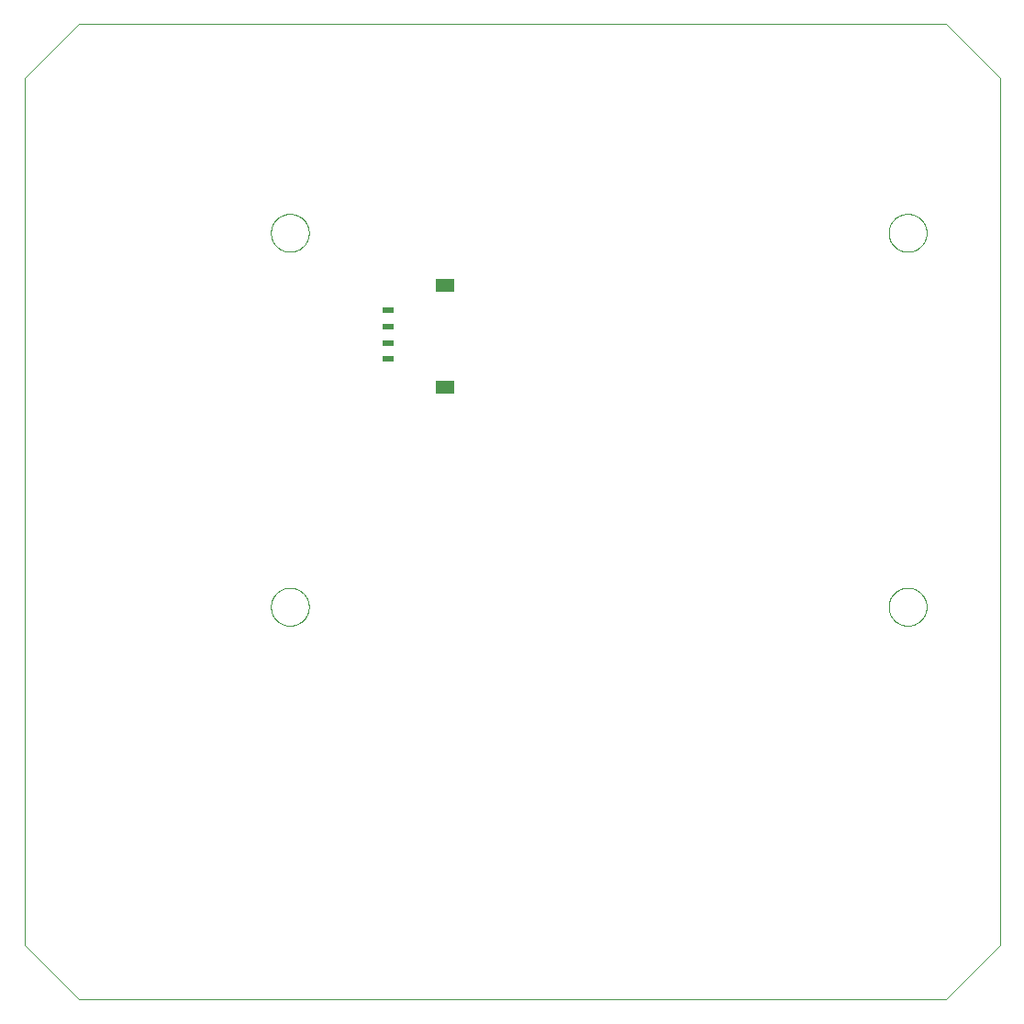
<source format=gbp>
G75*
%MOIN*%
%OFA0B0*%
%FSLAX25Y25*%
%IPPOS*%
%LPD*%
%AMOC8*
5,1,8,0,0,1.08239X$1,22.5*
%
%ADD10C,0.00000*%
%ADD11R,0.03937X0.02362*%
%ADD12R,0.07087X0.04921*%
D10*
X0003172Y0020888D02*
X0003172Y0335849D01*
X0022857Y0355534D01*
X0337817Y0355534D01*
X0357502Y0335849D01*
X0357502Y0020888D01*
X0337817Y0001203D01*
X0022857Y0001203D01*
X0003172Y0020888D01*
X0092738Y0143920D02*
X0092740Y0144089D01*
X0092746Y0144258D01*
X0092757Y0144427D01*
X0092771Y0144595D01*
X0092790Y0144763D01*
X0092813Y0144931D01*
X0092839Y0145098D01*
X0092870Y0145264D01*
X0092905Y0145430D01*
X0092944Y0145594D01*
X0092988Y0145758D01*
X0093035Y0145920D01*
X0093086Y0146081D01*
X0093141Y0146241D01*
X0093200Y0146400D01*
X0093262Y0146557D01*
X0093329Y0146712D01*
X0093400Y0146866D01*
X0093474Y0147018D01*
X0093552Y0147168D01*
X0093633Y0147316D01*
X0093718Y0147462D01*
X0093807Y0147606D01*
X0093899Y0147748D01*
X0093995Y0147887D01*
X0094094Y0148024D01*
X0094196Y0148159D01*
X0094302Y0148291D01*
X0094411Y0148420D01*
X0094523Y0148547D01*
X0094638Y0148671D01*
X0094756Y0148792D01*
X0094877Y0148910D01*
X0095001Y0149025D01*
X0095128Y0149137D01*
X0095257Y0149246D01*
X0095389Y0149352D01*
X0095524Y0149454D01*
X0095661Y0149553D01*
X0095800Y0149649D01*
X0095942Y0149741D01*
X0096086Y0149830D01*
X0096232Y0149915D01*
X0096380Y0149996D01*
X0096530Y0150074D01*
X0096682Y0150148D01*
X0096836Y0150219D01*
X0096991Y0150286D01*
X0097148Y0150348D01*
X0097307Y0150407D01*
X0097467Y0150462D01*
X0097628Y0150513D01*
X0097790Y0150560D01*
X0097954Y0150604D01*
X0098118Y0150643D01*
X0098284Y0150678D01*
X0098450Y0150709D01*
X0098617Y0150735D01*
X0098785Y0150758D01*
X0098953Y0150777D01*
X0099121Y0150791D01*
X0099290Y0150802D01*
X0099459Y0150808D01*
X0099628Y0150810D01*
X0099797Y0150808D01*
X0099966Y0150802D01*
X0100135Y0150791D01*
X0100303Y0150777D01*
X0100471Y0150758D01*
X0100639Y0150735D01*
X0100806Y0150709D01*
X0100972Y0150678D01*
X0101138Y0150643D01*
X0101302Y0150604D01*
X0101466Y0150560D01*
X0101628Y0150513D01*
X0101789Y0150462D01*
X0101949Y0150407D01*
X0102108Y0150348D01*
X0102265Y0150286D01*
X0102420Y0150219D01*
X0102574Y0150148D01*
X0102726Y0150074D01*
X0102876Y0149996D01*
X0103024Y0149915D01*
X0103170Y0149830D01*
X0103314Y0149741D01*
X0103456Y0149649D01*
X0103595Y0149553D01*
X0103732Y0149454D01*
X0103867Y0149352D01*
X0103999Y0149246D01*
X0104128Y0149137D01*
X0104255Y0149025D01*
X0104379Y0148910D01*
X0104500Y0148792D01*
X0104618Y0148671D01*
X0104733Y0148547D01*
X0104845Y0148420D01*
X0104954Y0148291D01*
X0105060Y0148159D01*
X0105162Y0148024D01*
X0105261Y0147887D01*
X0105357Y0147748D01*
X0105449Y0147606D01*
X0105538Y0147462D01*
X0105623Y0147316D01*
X0105704Y0147168D01*
X0105782Y0147018D01*
X0105856Y0146866D01*
X0105927Y0146712D01*
X0105994Y0146557D01*
X0106056Y0146400D01*
X0106115Y0146241D01*
X0106170Y0146081D01*
X0106221Y0145920D01*
X0106268Y0145758D01*
X0106312Y0145594D01*
X0106351Y0145430D01*
X0106386Y0145264D01*
X0106417Y0145098D01*
X0106443Y0144931D01*
X0106466Y0144763D01*
X0106485Y0144595D01*
X0106499Y0144427D01*
X0106510Y0144258D01*
X0106516Y0144089D01*
X0106518Y0143920D01*
X0106516Y0143751D01*
X0106510Y0143582D01*
X0106499Y0143413D01*
X0106485Y0143245D01*
X0106466Y0143077D01*
X0106443Y0142909D01*
X0106417Y0142742D01*
X0106386Y0142576D01*
X0106351Y0142410D01*
X0106312Y0142246D01*
X0106268Y0142082D01*
X0106221Y0141920D01*
X0106170Y0141759D01*
X0106115Y0141599D01*
X0106056Y0141440D01*
X0105994Y0141283D01*
X0105927Y0141128D01*
X0105856Y0140974D01*
X0105782Y0140822D01*
X0105704Y0140672D01*
X0105623Y0140524D01*
X0105538Y0140378D01*
X0105449Y0140234D01*
X0105357Y0140092D01*
X0105261Y0139953D01*
X0105162Y0139816D01*
X0105060Y0139681D01*
X0104954Y0139549D01*
X0104845Y0139420D01*
X0104733Y0139293D01*
X0104618Y0139169D01*
X0104500Y0139048D01*
X0104379Y0138930D01*
X0104255Y0138815D01*
X0104128Y0138703D01*
X0103999Y0138594D01*
X0103867Y0138488D01*
X0103732Y0138386D01*
X0103595Y0138287D01*
X0103456Y0138191D01*
X0103314Y0138099D01*
X0103170Y0138010D01*
X0103024Y0137925D01*
X0102876Y0137844D01*
X0102726Y0137766D01*
X0102574Y0137692D01*
X0102420Y0137621D01*
X0102265Y0137554D01*
X0102108Y0137492D01*
X0101949Y0137433D01*
X0101789Y0137378D01*
X0101628Y0137327D01*
X0101466Y0137280D01*
X0101302Y0137236D01*
X0101138Y0137197D01*
X0100972Y0137162D01*
X0100806Y0137131D01*
X0100639Y0137105D01*
X0100471Y0137082D01*
X0100303Y0137063D01*
X0100135Y0137049D01*
X0099966Y0137038D01*
X0099797Y0137032D01*
X0099628Y0137030D01*
X0099459Y0137032D01*
X0099290Y0137038D01*
X0099121Y0137049D01*
X0098953Y0137063D01*
X0098785Y0137082D01*
X0098617Y0137105D01*
X0098450Y0137131D01*
X0098284Y0137162D01*
X0098118Y0137197D01*
X0097954Y0137236D01*
X0097790Y0137280D01*
X0097628Y0137327D01*
X0097467Y0137378D01*
X0097307Y0137433D01*
X0097148Y0137492D01*
X0096991Y0137554D01*
X0096836Y0137621D01*
X0096682Y0137692D01*
X0096530Y0137766D01*
X0096380Y0137844D01*
X0096232Y0137925D01*
X0096086Y0138010D01*
X0095942Y0138099D01*
X0095800Y0138191D01*
X0095661Y0138287D01*
X0095524Y0138386D01*
X0095389Y0138488D01*
X0095257Y0138594D01*
X0095128Y0138703D01*
X0095001Y0138815D01*
X0094877Y0138930D01*
X0094756Y0139048D01*
X0094638Y0139169D01*
X0094523Y0139293D01*
X0094411Y0139420D01*
X0094302Y0139549D01*
X0094196Y0139681D01*
X0094094Y0139816D01*
X0093995Y0139953D01*
X0093899Y0140092D01*
X0093807Y0140234D01*
X0093718Y0140378D01*
X0093633Y0140524D01*
X0093552Y0140672D01*
X0093474Y0140822D01*
X0093400Y0140974D01*
X0093329Y0141128D01*
X0093262Y0141283D01*
X0093200Y0141440D01*
X0093141Y0141599D01*
X0093086Y0141759D01*
X0093035Y0141920D01*
X0092988Y0142082D01*
X0092944Y0142246D01*
X0092905Y0142410D01*
X0092870Y0142576D01*
X0092839Y0142742D01*
X0092813Y0142909D01*
X0092790Y0143077D01*
X0092771Y0143245D01*
X0092757Y0143413D01*
X0092746Y0143582D01*
X0092740Y0143751D01*
X0092738Y0143920D01*
X0092738Y0279746D02*
X0092740Y0279915D01*
X0092746Y0280084D01*
X0092757Y0280253D01*
X0092771Y0280421D01*
X0092790Y0280589D01*
X0092813Y0280757D01*
X0092839Y0280924D01*
X0092870Y0281090D01*
X0092905Y0281256D01*
X0092944Y0281420D01*
X0092988Y0281584D01*
X0093035Y0281746D01*
X0093086Y0281907D01*
X0093141Y0282067D01*
X0093200Y0282226D01*
X0093262Y0282383D01*
X0093329Y0282538D01*
X0093400Y0282692D01*
X0093474Y0282844D01*
X0093552Y0282994D01*
X0093633Y0283142D01*
X0093718Y0283288D01*
X0093807Y0283432D01*
X0093899Y0283574D01*
X0093995Y0283713D01*
X0094094Y0283850D01*
X0094196Y0283985D01*
X0094302Y0284117D01*
X0094411Y0284246D01*
X0094523Y0284373D01*
X0094638Y0284497D01*
X0094756Y0284618D01*
X0094877Y0284736D01*
X0095001Y0284851D01*
X0095128Y0284963D01*
X0095257Y0285072D01*
X0095389Y0285178D01*
X0095524Y0285280D01*
X0095661Y0285379D01*
X0095800Y0285475D01*
X0095942Y0285567D01*
X0096086Y0285656D01*
X0096232Y0285741D01*
X0096380Y0285822D01*
X0096530Y0285900D01*
X0096682Y0285974D01*
X0096836Y0286045D01*
X0096991Y0286112D01*
X0097148Y0286174D01*
X0097307Y0286233D01*
X0097467Y0286288D01*
X0097628Y0286339D01*
X0097790Y0286386D01*
X0097954Y0286430D01*
X0098118Y0286469D01*
X0098284Y0286504D01*
X0098450Y0286535D01*
X0098617Y0286561D01*
X0098785Y0286584D01*
X0098953Y0286603D01*
X0099121Y0286617D01*
X0099290Y0286628D01*
X0099459Y0286634D01*
X0099628Y0286636D01*
X0099797Y0286634D01*
X0099966Y0286628D01*
X0100135Y0286617D01*
X0100303Y0286603D01*
X0100471Y0286584D01*
X0100639Y0286561D01*
X0100806Y0286535D01*
X0100972Y0286504D01*
X0101138Y0286469D01*
X0101302Y0286430D01*
X0101466Y0286386D01*
X0101628Y0286339D01*
X0101789Y0286288D01*
X0101949Y0286233D01*
X0102108Y0286174D01*
X0102265Y0286112D01*
X0102420Y0286045D01*
X0102574Y0285974D01*
X0102726Y0285900D01*
X0102876Y0285822D01*
X0103024Y0285741D01*
X0103170Y0285656D01*
X0103314Y0285567D01*
X0103456Y0285475D01*
X0103595Y0285379D01*
X0103732Y0285280D01*
X0103867Y0285178D01*
X0103999Y0285072D01*
X0104128Y0284963D01*
X0104255Y0284851D01*
X0104379Y0284736D01*
X0104500Y0284618D01*
X0104618Y0284497D01*
X0104733Y0284373D01*
X0104845Y0284246D01*
X0104954Y0284117D01*
X0105060Y0283985D01*
X0105162Y0283850D01*
X0105261Y0283713D01*
X0105357Y0283574D01*
X0105449Y0283432D01*
X0105538Y0283288D01*
X0105623Y0283142D01*
X0105704Y0282994D01*
X0105782Y0282844D01*
X0105856Y0282692D01*
X0105927Y0282538D01*
X0105994Y0282383D01*
X0106056Y0282226D01*
X0106115Y0282067D01*
X0106170Y0281907D01*
X0106221Y0281746D01*
X0106268Y0281584D01*
X0106312Y0281420D01*
X0106351Y0281256D01*
X0106386Y0281090D01*
X0106417Y0280924D01*
X0106443Y0280757D01*
X0106466Y0280589D01*
X0106485Y0280421D01*
X0106499Y0280253D01*
X0106510Y0280084D01*
X0106516Y0279915D01*
X0106518Y0279746D01*
X0106516Y0279577D01*
X0106510Y0279408D01*
X0106499Y0279239D01*
X0106485Y0279071D01*
X0106466Y0278903D01*
X0106443Y0278735D01*
X0106417Y0278568D01*
X0106386Y0278402D01*
X0106351Y0278236D01*
X0106312Y0278072D01*
X0106268Y0277908D01*
X0106221Y0277746D01*
X0106170Y0277585D01*
X0106115Y0277425D01*
X0106056Y0277266D01*
X0105994Y0277109D01*
X0105927Y0276954D01*
X0105856Y0276800D01*
X0105782Y0276648D01*
X0105704Y0276498D01*
X0105623Y0276350D01*
X0105538Y0276204D01*
X0105449Y0276060D01*
X0105357Y0275918D01*
X0105261Y0275779D01*
X0105162Y0275642D01*
X0105060Y0275507D01*
X0104954Y0275375D01*
X0104845Y0275246D01*
X0104733Y0275119D01*
X0104618Y0274995D01*
X0104500Y0274874D01*
X0104379Y0274756D01*
X0104255Y0274641D01*
X0104128Y0274529D01*
X0103999Y0274420D01*
X0103867Y0274314D01*
X0103732Y0274212D01*
X0103595Y0274113D01*
X0103456Y0274017D01*
X0103314Y0273925D01*
X0103170Y0273836D01*
X0103024Y0273751D01*
X0102876Y0273670D01*
X0102726Y0273592D01*
X0102574Y0273518D01*
X0102420Y0273447D01*
X0102265Y0273380D01*
X0102108Y0273318D01*
X0101949Y0273259D01*
X0101789Y0273204D01*
X0101628Y0273153D01*
X0101466Y0273106D01*
X0101302Y0273062D01*
X0101138Y0273023D01*
X0100972Y0272988D01*
X0100806Y0272957D01*
X0100639Y0272931D01*
X0100471Y0272908D01*
X0100303Y0272889D01*
X0100135Y0272875D01*
X0099966Y0272864D01*
X0099797Y0272858D01*
X0099628Y0272856D01*
X0099459Y0272858D01*
X0099290Y0272864D01*
X0099121Y0272875D01*
X0098953Y0272889D01*
X0098785Y0272908D01*
X0098617Y0272931D01*
X0098450Y0272957D01*
X0098284Y0272988D01*
X0098118Y0273023D01*
X0097954Y0273062D01*
X0097790Y0273106D01*
X0097628Y0273153D01*
X0097467Y0273204D01*
X0097307Y0273259D01*
X0097148Y0273318D01*
X0096991Y0273380D01*
X0096836Y0273447D01*
X0096682Y0273518D01*
X0096530Y0273592D01*
X0096380Y0273670D01*
X0096232Y0273751D01*
X0096086Y0273836D01*
X0095942Y0273925D01*
X0095800Y0274017D01*
X0095661Y0274113D01*
X0095524Y0274212D01*
X0095389Y0274314D01*
X0095257Y0274420D01*
X0095128Y0274529D01*
X0095001Y0274641D01*
X0094877Y0274756D01*
X0094756Y0274874D01*
X0094638Y0274995D01*
X0094523Y0275119D01*
X0094411Y0275246D01*
X0094302Y0275375D01*
X0094196Y0275507D01*
X0094094Y0275642D01*
X0093995Y0275779D01*
X0093899Y0275918D01*
X0093807Y0276060D01*
X0093718Y0276204D01*
X0093633Y0276350D01*
X0093552Y0276498D01*
X0093474Y0276648D01*
X0093400Y0276800D01*
X0093329Y0276954D01*
X0093262Y0277109D01*
X0093200Y0277266D01*
X0093141Y0277425D01*
X0093086Y0277585D01*
X0093035Y0277746D01*
X0092988Y0277908D01*
X0092944Y0278072D01*
X0092905Y0278236D01*
X0092870Y0278402D01*
X0092839Y0278568D01*
X0092813Y0278735D01*
X0092790Y0278903D01*
X0092771Y0279071D01*
X0092757Y0279239D01*
X0092746Y0279408D01*
X0092740Y0279577D01*
X0092738Y0279746D01*
X0317148Y0279746D02*
X0317150Y0279915D01*
X0317156Y0280084D01*
X0317167Y0280253D01*
X0317181Y0280421D01*
X0317200Y0280589D01*
X0317223Y0280757D01*
X0317249Y0280924D01*
X0317280Y0281090D01*
X0317315Y0281256D01*
X0317354Y0281420D01*
X0317398Y0281584D01*
X0317445Y0281746D01*
X0317496Y0281907D01*
X0317551Y0282067D01*
X0317610Y0282226D01*
X0317672Y0282383D01*
X0317739Y0282538D01*
X0317810Y0282692D01*
X0317884Y0282844D01*
X0317962Y0282994D01*
X0318043Y0283142D01*
X0318128Y0283288D01*
X0318217Y0283432D01*
X0318309Y0283574D01*
X0318405Y0283713D01*
X0318504Y0283850D01*
X0318606Y0283985D01*
X0318712Y0284117D01*
X0318821Y0284246D01*
X0318933Y0284373D01*
X0319048Y0284497D01*
X0319166Y0284618D01*
X0319287Y0284736D01*
X0319411Y0284851D01*
X0319538Y0284963D01*
X0319667Y0285072D01*
X0319799Y0285178D01*
X0319934Y0285280D01*
X0320071Y0285379D01*
X0320210Y0285475D01*
X0320352Y0285567D01*
X0320496Y0285656D01*
X0320642Y0285741D01*
X0320790Y0285822D01*
X0320940Y0285900D01*
X0321092Y0285974D01*
X0321246Y0286045D01*
X0321401Y0286112D01*
X0321558Y0286174D01*
X0321717Y0286233D01*
X0321877Y0286288D01*
X0322038Y0286339D01*
X0322200Y0286386D01*
X0322364Y0286430D01*
X0322528Y0286469D01*
X0322694Y0286504D01*
X0322860Y0286535D01*
X0323027Y0286561D01*
X0323195Y0286584D01*
X0323363Y0286603D01*
X0323531Y0286617D01*
X0323700Y0286628D01*
X0323869Y0286634D01*
X0324038Y0286636D01*
X0324207Y0286634D01*
X0324376Y0286628D01*
X0324545Y0286617D01*
X0324713Y0286603D01*
X0324881Y0286584D01*
X0325049Y0286561D01*
X0325216Y0286535D01*
X0325382Y0286504D01*
X0325548Y0286469D01*
X0325712Y0286430D01*
X0325876Y0286386D01*
X0326038Y0286339D01*
X0326199Y0286288D01*
X0326359Y0286233D01*
X0326518Y0286174D01*
X0326675Y0286112D01*
X0326830Y0286045D01*
X0326984Y0285974D01*
X0327136Y0285900D01*
X0327286Y0285822D01*
X0327434Y0285741D01*
X0327580Y0285656D01*
X0327724Y0285567D01*
X0327866Y0285475D01*
X0328005Y0285379D01*
X0328142Y0285280D01*
X0328277Y0285178D01*
X0328409Y0285072D01*
X0328538Y0284963D01*
X0328665Y0284851D01*
X0328789Y0284736D01*
X0328910Y0284618D01*
X0329028Y0284497D01*
X0329143Y0284373D01*
X0329255Y0284246D01*
X0329364Y0284117D01*
X0329470Y0283985D01*
X0329572Y0283850D01*
X0329671Y0283713D01*
X0329767Y0283574D01*
X0329859Y0283432D01*
X0329948Y0283288D01*
X0330033Y0283142D01*
X0330114Y0282994D01*
X0330192Y0282844D01*
X0330266Y0282692D01*
X0330337Y0282538D01*
X0330404Y0282383D01*
X0330466Y0282226D01*
X0330525Y0282067D01*
X0330580Y0281907D01*
X0330631Y0281746D01*
X0330678Y0281584D01*
X0330722Y0281420D01*
X0330761Y0281256D01*
X0330796Y0281090D01*
X0330827Y0280924D01*
X0330853Y0280757D01*
X0330876Y0280589D01*
X0330895Y0280421D01*
X0330909Y0280253D01*
X0330920Y0280084D01*
X0330926Y0279915D01*
X0330928Y0279746D01*
X0330926Y0279577D01*
X0330920Y0279408D01*
X0330909Y0279239D01*
X0330895Y0279071D01*
X0330876Y0278903D01*
X0330853Y0278735D01*
X0330827Y0278568D01*
X0330796Y0278402D01*
X0330761Y0278236D01*
X0330722Y0278072D01*
X0330678Y0277908D01*
X0330631Y0277746D01*
X0330580Y0277585D01*
X0330525Y0277425D01*
X0330466Y0277266D01*
X0330404Y0277109D01*
X0330337Y0276954D01*
X0330266Y0276800D01*
X0330192Y0276648D01*
X0330114Y0276498D01*
X0330033Y0276350D01*
X0329948Y0276204D01*
X0329859Y0276060D01*
X0329767Y0275918D01*
X0329671Y0275779D01*
X0329572Y0275642D01*
X0329470Y0275507D01*
X0329364Y0275375D01*
X0329255Y0275246D01*
X0329143Y0275119D01*
X0329028Y0274995D01*
X0328910Y0274874D01*
X0328789Y0274756D01*
X0328665Y0274641D01*
X0328538Y0274529D01*
X0328409Y0274420D01*
X0328277Y0274314D01*
X0328142Y0274212D01*
X0328005Y0274113D01*
X0327866Y0274017D01*
X0327724Y0273925D01*
X0327580Y0273836D01*
X0327434Y0273751D01*
X0327286Y0273670D01*
X0327136Y0273592D01*
X0326984Y0273518D01*
X0326830Y0273447D01*
X0326675Y0273380D01*
X0326518Y0273318D01*
X0326359Y0273259D01*
X0326199Y0273204D01*
X0326038Y0273153D01*
X0325876Y0273106D01*
X0325712Y0273062D01*
X0325548Y0273023D01*
X0325382Y0272988D01*
X0325216Y0272957D01*
X0325049Y0272931D01*
X0324881Y0272908D01*
X0324713Y0272889D01*
X0324545Y0272875D01*
X0324376Y0272864D01*
X0324207Y0272858D01*
X0324038Y0272856D01*
X0323869Y0272858D01*
X0323700Y0272864D01*
X0323531Y0272875D01*
X0323363Y0272889D01*
X0323195Y0272908D01*
X0323027Y0272931D01*
X0322860Y0272957D01*
X0322694Y0272988D01*
X0322528Y0273023D01*
X0322364Y0273062D01*
X0322200Y0273106D01*
X0322038Y0273153D01*
X0321877Y0273204D01*
X0321717Y0273259D01*
X0321558Y0273318D01*
X0321401Y0273380D01*
X0321246Y0273447D01*
X0321092Y0273518D01*
X0320940Y0273592D01*
X0320790Y0273670D01*
X0320642Y0273751D01*
X0320496Y0273836D01*
X0320352Y0273925D01*
X0320210Y0274017D01*
X0320071Y0274113D01*
X0319934Y0274212D01*
X0319799Y0274314D01*
X0319667Y0274420D01*
X0319538Y0274529D01*
X0319411Y0274641D01*
X0319287Y0274756D01*
X0319166Y0274874D01*
X0319048Y0274995D01*
X0318933Y0275119D01*
X0318821Y0275246D01*
X0318712Y0275375D01*
X0318606Y0275507D01*
X0318504Y0275642D01*
X0318405Y0275779D01*
X0318309Y0275918D01*
X0318217Y0276060D01*
X0318128Y0276204D01*
X0318043Y0276350D01*
X0317962Y0276498D01*
X0317884Y0276648D01*
X0317810Y0276800D01*
X0317739Y0276954D01*
X0317672Y0277109D01*
X0317610Y0277266D01*
X0317551Y0277425D01*
X0317496Y0277585D01*
X0317445Y0277746D01*
X0317398Y0277908D01*
X0317354Y0278072D01*
X0317315Y0278236D01*
X0317280Y0278402D01*
X0317249Y0278568D01*
X0317223Y0278735D01*
X0317200Y0278903D01*
X0317181Y0279071D01*
X0317167Y0279239D01*
X0317156Y0279408D01*
X0317150Y0279577D01*
X0317148Y0279746D01*
X0317148Y0143920D02*
X0317150Y0144089D01*
X0317156Y0144258D01*
X0317167Y0144427D01*
X0317181Y0144595D01*
X0317200Y0144763D01*
X0317223Y0144931D01*
X0317249Y0145098D01*
X0317280Y0145264D01*
X0317315Y0145430D01*
X0317354Y0145594D01*
X0317398Y0145758D01*
X0317445Y0145920D01*
X0317496Y0146081D01*
X0317551Y0146241D01*
X0317610Y0146400D01*
X0317672Y0146557D01*
X0317739Y0146712D01*
X0317810Y0146866D01*
X0317884Y0147018D01*
X0317962Y0147168D01*
X0318043Y0147316D01*
X0318128Y0147462D01*
X0318217Y0147606D01*
X0318309Y0147748D01*
X0318405Y0147887D01*
X0318504Y0148024D01*
X0318606Y0148159D01*
X0318712Y0148291D01*
X0318821Y0148420D01*
X0318933Y0148547D01*
X0319048Y0148671D01*
X0319166Y0148792D01*
X0319287Y0148910D01*
X0319411Y0149025D01*
X0319538Y0149137D01*
X0319667Y0149246D01*
X0319799Y0149352D01*
X0319934Y0149454D01*
X0320071Y0149553D01*
X0320210Y0149649D01*
X0320352Y0149741D01*
X0320496Y0149830D01*
X0320642Y0149915D01*
X0320790Y0149996D01*
X0320940Y0150074D01*
X0321092Y0150148D01*
X0321246Y0150219D01*
X0321401Y0150286D01*
X0321558Y0150348D01*
X0321717Y0150407D01*
X0321877Y0150462D01*
X0322038Y0150513D01*
X0322200Y0150560D01*
X0322364Y0150604D01*
X0322528Y0150643D01*
X0322694Y0150678D01*
X0322860Y0150709D01*
X0323027Y0150735D01*
X0323195Y0150758D01*
X0323363Y0150777D01*
X0323531Y0150791D01*
X0323700Y0150802D01*
X0323869Y0150808D01*
X0324038Y0150810D01*
X0324207Y0150808D01*
X0324376Y0150802D01*
X0324545Y0150791D01*
X0324713Y0150777D01*
X0324881Y0150758D01*
X0325049Y0150735D01*
X0325216Y0150709D01*
X0325382Y0150678D01*
X0325548Y0150643D01*
X0325712Y0150604D01*
X0325876Y0150560D01*
X0326038Y0150513D01*
X0326199Y0150462D01*
X0326359Y0150407D01*
X0326518Y0150348D01*
X0326675Y0150286D01*
X0326830Y0150219D01*
X0326984Y0150148D01*
X0327136Y0150074D01*
X0327286Y0149996D01*
X0327434Y0149915D01*
X0327580Y0149830D01*
X0327724Y0149741D01*
X0327866Y0149649D01*
X0328005Y0149553D01*
X0328142Y0149454D01*
X0328277Y0149352D01*
X0328409Y0149246D01*
X0328538Y0149137D01*
X0328665Y0149025D01*
X0328789Y0148910D01*
X0328910Y0148792D01*
X0329028Y0148671D01*
X0329143Y0148547D01*
X0329255Y0148420D01*
X0329364Y0148291D01*
X0329470Y0148159D01*
X0329572Y0148024D01*
X0329671Y0147887D01*
X0329767Y0147748D01*
X0329859Y0147606D01*
X0329948Y0147462D01*
X0330033Y0147316D01*
X0330114Y0147168D01*
X0330192Y0147018D01*
X0330266Y0146866D01*
X0330337Y0146712D01*
X0330404Y0146557D01*
X0330466Y0146400D01*
X0330525Y0146241D01*
X0330580Y0146081D01*
X0330631Y0145920D01*
X0330678Y0145758D01*
X0330722Y0145594D01*
X0330761Y0145430D01*
X0330796Y0145264D01*
X0330827Y0145098D01*
X0330853Y0144931D01*
X0330876Y0144763D01*
X0330895Y0144595D01*
X0330909Y0144427D01*
X0330920Y0144258D01*
X0330926Y0144089D01*
X0330928Y0143920D01*
X0330926Y0143751D01*
X0330920Y0143582D01*
X0330909Y0143413D01*
X0330895Y0143245D01*
X0330876Y0143077D01*
X0330853Y0142909D01*
X0330827Y0142742D01*
X0330796Y0142576D01*
X0330761Y0142410D01*
X0330722Y0142246D01*
X0330678Y0142082D01*
X0330631Y0141920D01*
X0330580Y0141759D01*
X0330525Y0141599D01*
X0330466Y0141440D01*
X0330404Y0141283D01*
X0330337Y0141128D01*
X0330266Y0140974D01*
X0330192Y0140822D01*
X0330114Y0140672D01*
X0330033Y0140524D01*
X0329948Y0140378D01*
X0329859Y0140234D01*
X0329767Y0140092D01*
X0329671Y0139953D01*
X0329572Y0139816D01*
X0329470Y0139681D01*
X0329364Y0139549D01*
X0329255Y0139420D01*
X0329143Y0139293D01*
X0329028Y0139169D01*
X0328910Y0139048D01*
X0328789Y0138930D01*
X0328665Y0138815D01*
X0328538Y0138703D01*
X0328409Y0138594D01*
X0328277Y0138488D01*
X0328142Y0138386D01*
X0328005Y0138287D01*
X0327866Y0138191D01*
X0327724Y0138099D01*
X0327580Y0138010D01*
X0327434Y0137925D01*
X0327286Y0137844D01*
X0327136Y0137766D01*
X0326984Y0137692D01*
X0326830Y0137621D01*
X0326675Y0137554D01*
X0326518Y0137492D01*
X0326359Y0137433D01*
X0326199Y0137378D01*
X0326038Y0137327D01*
X0325876Y0137280D01*
X0325712Y0137236D01*
X0325548Y0137197D01*
X0325382Y0137162D01*
X0325216Y0137131D01*
X0325049Y0137105D01*
X0324881Y0137082D01*
X0324713Y0137063D01*
X0324545Y0137049D01*
X0324376Y0137038D01*
X0324207Y0137032D01*
X0324038Y0137030D01*
X0323869Y0137032D01*
X0323700Y0137038D01*
X0323531Y0137049D01*
X0323363Y0137063D01*
X0323195Y0137082D01*
X0323027Y0137105D01*
X0322860Y0137131D01*
X0322694Y0137162D01*
X0322528Y0137197D01*
X0322364Y0137236D01*
X0322200Y0137280D01*
X0322038Y0137327D01*
X0321877Y0137378D01*
X0321717Y0137433D01*
X0321558Y0137492D01*
X0321401Y0137554D01*
X0321246Y0137621D01*
X0321092Y0137692D01*
X0320940Y0137766D01*
X0320790Y0137844D01*
X0320642Y0137925D01*
X0320496Y0138010D01*
X0320352Y0138099D01*
X0320210Y0138191D01*
X0320071Y0138287D01*
X0319934Y0138386D01*
X0319799Y0138488D01*
X0319667Y0138594D01*
X0319538Y0138703D01*
X0319411Y0138815D01*
X0319287Y0138930D01*
X0319166Y0139048D01*
X0319048Y0139169D01*
X0318933Y0139293D01*
X0318821Y0139420D01*
X0318712Y0139549D01*
X0318606Y0139681D01*
X0318504Y0139816D01*
X0318405Y0139953D01*
X0318309Y0140092D01*
X0318217Y0140234D01*
X0318128Y0140378D01*
X0318043Y0140524D01*
X0317962Y0140672D01*
X0317884Y0140822D01*
X0317810Y0140974D01*
X0317739Y0141128D01*
X0317672Y0141283D01*
X0317610Y0141440D01*
X0317551Y0141599D01*
X0317496Y0141759D01*
X0317445Y0141920D01*
X0317398Y0142082D01*
X0317354Y0142246D01*
X0317315Y0142410D01*
X0317280Y0142576D01*
X0317249Y0142742D01*
X0317223Y0142909D01*
X0317200Y0143077D01*
X0317181Y0143245D01*
X0317167Y0143413D01*
X0317156Y0143582D01*
X0317150Y0143751D01*
X0317148Y0143920D01*
D11*
X0135455Y0233880D03*
X0135455Y0239786D03*
X0135455Y0245691D03*
X0135455Y0251597D03*
D12*
X0155928Y0260672D03*
X0155928Y0223624D03*
M02*

</source>
